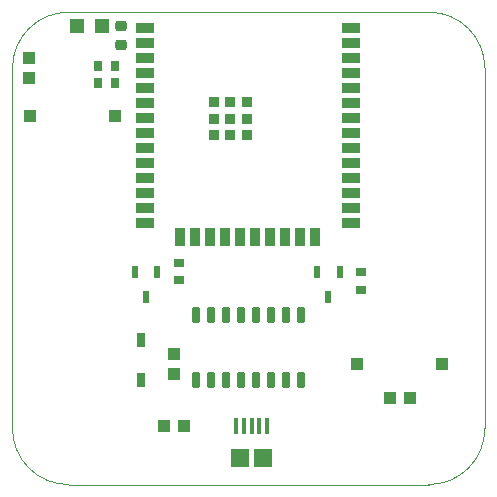
<source format=gbr>
%TF.GenerationSoftware,KiCad,Pcbnew,7.0.1*%
%TF.CreationDate,2023-08-30T02:16:58-03:00*%
%TF.ProjectId,PCB_FC_V2,5043425f-4643-45f5-9632-2e6b69636164,rev?*%
%TF.SameCoordinates,Original*%
%TF.FileFunction,Paste,Top*%
%TF.FilePolarity,Positive*%
%FSLAX46Y46*%
G04 Gerber Fmt 4.6, Leading zero omitted, Abs format (unit mm)*
G04 Created by KiCad (PCBNEW 7.0.1) date 2023-08-30 02:16:58*
%MOMM*%
%LPD*%
G01*
G04 APERTURE LIST*
G04 Aperture macros list*
%AMRoundRect*
0 Rectangle with rounded corners*
0 $1 Rounding radius*
0 $2 $3 $4 $5 $6 $7 $8 $9 X,Y pos of 4 corners*
0 Add a 4 corners polygon primitive as box body*
4,1,4,$2,$3,$4,$5,$6,$7,$8,$9,$2,$3,0*
0 Add four circle primitives for the rounded corners*
1,1,$1+$1,$2,$3*
1,1,$1+$1,$4,$5*
1,1,$1+$1,$6,$7*
1,1,$1+$1,$8,$9*
0 Add four rect primitives between the rounded corners*
20,1,$1+$1,$2,$3,$4,$5,0*
20,1,$1+$1,$4,$5,$6,$7,0*
20,1,$1+$1,$6,$7,$8,$9,0*
20,1,$1+$1,$8,$9,$2,$3,0*%
G04 Aperture macros list end*
%ADD10R,0.400000X1.350000*%
%ADD11R,1.500000X1.550000*%
%ADD12R,0.650000X0.900000*%
%ADD13R,1.198880X1.198880*%
%ADD14R,1.000000X1.100000*%
%ADD15R,1.100000X1.000000*%
%ADD16R,0.900000X0.650000*%
%ADD17RoundRect,0.225000X-0.250000X0.225000X-0.250000X-0.225000X0.250000X-0.225000X0.250000X0.225000X0*%
%ADD18R,0.599440X1.000760*%
%ADD19R,1.000760X1.000760*%
%ADD20RoundRect,0.049600X0.260400X-0.605400X0.260400X0.605400X-0.260400X0.605400X-0.260400X-0.605400X0*%
%ADD21R,1.500000X0.900000*%
%ADD22R,0.900000X1.500000*%
%ADD23R,0.900000X0.900000*%
%ADD24R,0.730000X1.210000*%
%TA.AperFunction,Profile*%
%ADD25C,0.100000*%
%TD*%
G04 APERTURE END LIST*
D10*
%TO.C,J6*%
X136200000Y-105683757D03*
X136850000Y-105683757D03*
X137500000Y-105683757D03*
X138150000Y-105683757D03*
X138800000Y-105683757D03*
D11*
X136500000Y-108358757D03*
X138500000Y-108358757D03*
%TD*%
D12*
%TO.C,R13*%
X124475000Y-76600000D03*
X125925000Y-76600000D03*
%TD*%
D13*
%TO.C,LED1*%
X122750980Y-71800000D03*
X124849020Y-71800000D03*
%TD*%
D14*
%TO.C,C11*%
X130950000Y-101258757D03*
X130950000Y-99558757D03*
%TD*%
D15*
%TO.C,C12*%
X131800000Y-105658757D03*
X130100000Y-105658757D03*
%TD*%
D16*
%TO.C,R8*%
X131350000Y-91875000D03*
X131350000Y-93325000D03*
%TD*%
D15*
%TO.C,C14*%
X149200000Y-103258757D03*
X150900000Y-103258757D03*
%TD*%
D17*
%TO.C,C2*%
X126400000Y-71825000D03*
X126400000Y-73375000D03*
%TD*%
D18*
%TO.C,Q2*%
X144955000Y-92645477D03*
X143050000Y-92645477D03*
X144002500Y-94758757D03*
%TD*%
D19*
%TO.C,SW1*%
X125949180Y-79408757D03*
X118750820Y-79408757D03*
%TD*%
D20*
%TO.C,U4*%
X132805000Y-101750000D03*
X134075000Y-101750000D03*
X135345000Y-101750000D03*
X136615000Y-101750000D03*
X137885000Y-101750000D03*
X139155000Y-101750000D03*
X140425000Y-101750000D03*
X141695000Y-101750000D03*
X141695000Y-96250000D03*
X140425000Y-96250000D03*
X139155000Y-96250000D03*
X137885000Y-96250000D03*
X136615000Y-96250000D03*
X135345000Y-96250000D03*
X134075000Y-96250000D03*
X132805000Y-96250000D03*
%TD*%
D18*
%TO.C,Q1*%
X129502500Y-92645477D03*
X127597500Y-92645477D03*
X128550000Y-94758757D03*
%TD*%
D16*
%TO.C,R9*%
X146802500Y-92647117D03*
X146802500Y-94097117D03*
%TD*%
D14*
%TO.C,C13*%
X118670000Y-74508757D03*
X118670000Y-76208757D03*
%TD*%
D19*
%TO.C,SW2*%
X146450820Y-100408757D03*
X153649180Y-100408757D03*
%TD*%
D21*
%TO.C,U1*%
X128432000Y-73192757D03*
X128432000Y-75732757D03*
X128432000Y-77002757D03*
X128432000Y-74462757D03*
X128432000Y-78272757D03*
X128432000Y-79542757D03*
X128432000Y-80812757D03*
X128432000Y-82082757D03*
X128432000Y-83352757D03*
X128432000Y-84622757D03*
X128432000Y-85892757D03*
X128432000Y-87162757D03*
X128432000Y-88432757D03*
D22*
X132737000Y-89682757D03*
X141627000Y-89682757D03*
X142897000Y-89682757D03*
D21*
X145932000Y-88432757D03*
X145932000Y-87162757D03*
X145932000Y-85892757D03*
X145932000Y-84622757D03*
D22*
X134007000Y-89682757D03*
X135277000Y-89682757D03*
X136547000Y-89682757D03*
X137817000Y-89682757D03*
X139087000Y-89682757D03*
X140357000Y-89682757D03*
D21*
X145932000Y-83352757D03*
X145932000Y-82082757D03*
X145932000Y-73192757D03*
X145932000Y-80812757D03*
X145932000Y-74462757D03*
X145932000Y-77002757D03*
X145932000Y-75732757D03*
X145932000Y-78272757D03*
X128432000Y-71922757D03*
D22*
X131467000Y-89682757D03*
D23*
X134282000Y-78242757D03*
X134282000Y-79642757D03*
X134282000Y-81042757D03*
X135682000Y-78242757D03*
X135682000Y-79642757D03*
X135682000Y-81042757D03*
X137082000Y-78242757D03*
X137082000Y-79642757D03*
X137082000Y-81042757D03*
D21*
X145932000Y-71922757D03*
X145932000Y-79542757D03*
%TD*%
D24*
%TO.C,D2*%
X128150000Y-98408757D03*
X128150000Y-101768757D03*
%TD*%
D12*
%TO.C,R1*%
X125925000Y-75200000D03*
X124475000Y-75200000D03*
%TD*%
D25*
X117250043Y-105858757D02*
G75*
G03*
X122000000Y-110608757I4749957J-43D01*
G01*
X157250043Y-75358757D02*
G75*
G03*
X152500000Y-70608757I-4750043J-43D01*
G01*
X122000000Y-70608760D02*
G75*
G03*
X117250000Y-75358757I0J-4750000D01*
G01*
X152500000Y-110608757D02*
X122000000Y-110608757D01*
X117250000Y-105858757D02*
X117250000Y-75358757D01*
X152500000Y-110608800D02*
G75*
G03*
X157250000Y-105858756I0J4750000D01*
G01*
X122000000Y-70608757D02*
X152500000Y-70608757D01*
X157250000Y-75358757D02*
X157250000Y-105858757D01*
M02*

</source>
